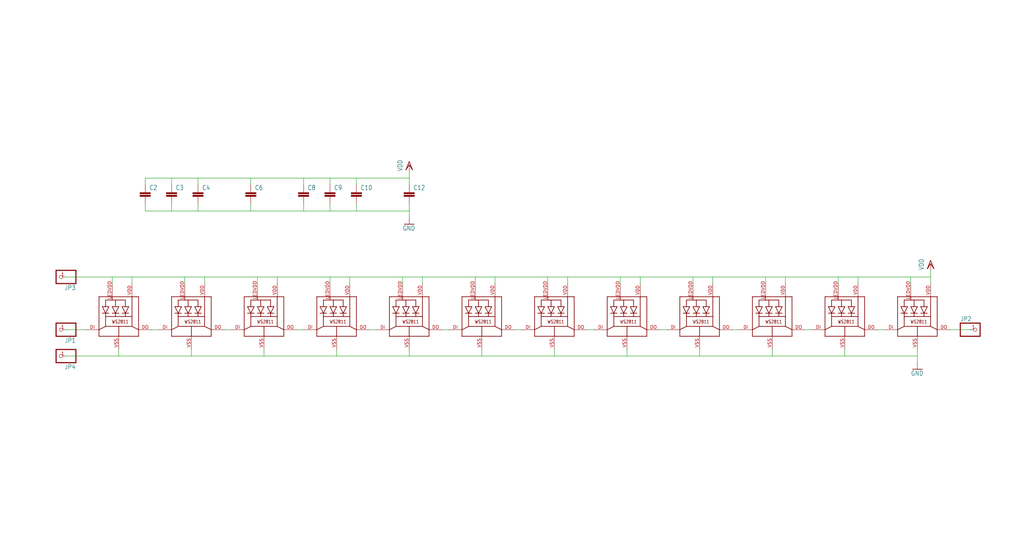
<source format=kicad_sch>
(kicad_sch (version 20230121) (generator eeschema)
  (paper "User" 394.106 210.007)
  (lib_symbols
    (symbol "working-eagle-import:C-EUC0603"
      (property "Reference" "C" (at 1.524 0.381 0))
      (symbol "C-EUC0603_1_0"
        (rectangle (start -2.032 -2.032) (end 2.032 -1.524) (fill (type outline)))
        (rectangle (start -2.032 -1.016) (end 2.032 -0.508) (fill (type outline)))
        (polyline (pts (xy 0 -2.54) (xy 0 -2.032)) (stroke (width 0.1524)))
        (polyline (pts (xy 0 0) (xy 0 -0.508)) (stroke (width 0.1524)))
        (pin passive line (at 0 2.54 270) (length 2.54) (name "1") (number "1"))
        (pin passive line (at 0 -5.08 90) (length 2.54) (name "2") (number "2"))
      )
    )
    (symbol "working-eagle-import:GND" (power)
      (property "Value" "GND" (at -2.54 -2.54 0))
      (symbol "GND_1_0"
        (polyline (pts (xy -1.905 0) (xy 1.905 0)) (stroke (width 0.254)))
        (pin power_in line (at 0 2.54 270) (length 2.54) (name "GND") (number "1"))
      )
    )
    (symbol "working-eagle-import:PINHD-1X1CB"
      (property "Reference" "JP" (at -6.35 3.175 0))
      (symbol "PINHD-1X1CB_1_0"
        (polyline (pts (xy -6.35 -2.54) (xy 1.27 -2.54)) (stroke (width 0.4064)))
        (polyline (pts (xy -6.35 2.54) (xy -6.35 -2.54)) (stroke (width 0.4064)))
        (polyline (pts (xy 1.27 -2.54) (xy 1.27 2.54)) (stroke (width 0.4064)))
        (polyline (pts (xy 1.27 2.54) (xy -6.35 2.54)) (stroke (width 0.4064)))
        (pin passive inverted (at -2.54 0 0) (length 2.54) (name "1") (number "1"))
      )
    )
    (symbol "working-eagle-import:VDD" (power)
      (property "Value" "VDD" (at -2.54 -2.54 90))
      (symbol "VDD_1_0"
        (polyline (pts (xy 0 0) (xy -1.27 -1.905)) (stroke (width 0.254)))
        (polyline (pts (xy 0 1.27) (xy -1.27 -1.905)) (stroke (width 0.254)))
        (polyline (pts (xy 1.27 -1.905) (xy 0 0)) (stroke (width 0.254)))
        (polyline (pts (xy 1.27 -1.905) (xy 0 1.27)) (stroke (width 0.254)))
        (pin power_in line (at 0 -2.54 90) (length 2.54) (name "VDD") (number "1"))
      )
    )
    (symbol "working-eagle-import:WS28115050"
      (symbol "WS28115050_1_0"
        (polyline (pts (xy -7.62 -5.08) (xy 0 -5.08)) (stroke (width 0.254)))
        (polyline (pts (xy -7.62 -2.54) (xy -7.62 -5.08)) (stroke (width 0.254)))
        (polyline (pts (xy -7.62 10.16) (xy -7.62 -2.54)) (stroke (width 0.254)))
        (polyline (pts (xy -6.35 3.81) (xy -5.08 3.81)) (stroke (width 0.254)))
        (polyline (pts (xy -6.35 6.35) (xy -5.08 6.35)) (stroke (width 0.254)))
        (polyline (pts (xy -5.08 -1.27) (xy -7.62 -2.54)) (stroke (width 0.254)))
        (polyline (pts (xy -5.08 -1.27) (xy 0 -1.27)) (stroke (width 0.254)))
        (polyline (pts (xy -5.08 2.54) (xy -5.08 -1.27)) (stroke (width 0.254)))
        (polyline (pts (xy -5.08 3.81) (xy -6.35 6.35)) (stroke (width 0.254)))
        (polyline (pts (xy -5.08 3.81) (xy -5.08 2.54)) (stroke (width 0.254)))
        (polyline (pts (xy -5.08 3.81) (xy -3.81 6.35)) (stroke (width 0.254)))
        (polyline (pts (xy -5.08 6.35) (xy -3.81 6.35)) (stroke (width 0.254)))
        (polyline (pts (xy -5.08 8.89) (xy -5.08 6.35)) (stroke (width 0.254)))
        (polyline (pts (xy -3.81 3.81) (xy -5.08 3.81)) (stroke (width 0.254)))
        (polyline (pts (xy -2.54 3.81) (xy -1.27 3.81)) (stroke (width 0.254)))
        (polyline (pts (xy -2.54 6.35) (xy 0 6.35)) (stroke (width 0.254)))
        (polyline (pts (xy -2.54 8.89) (xy -5.08 8.89)) (stroke (width 0.254)))
        (polyline (pts (xy -2.54 10.16) (xy -7.62 10.16)) (stroke (width 0.254)))
        (polyline (pts (xy -2.54 10.16) (xy -2.54 8.89)) (stroke (width 0.254)))
        (polyline (pts (xy -1.27 2.54) (xy -5.08 2.54)) (stroke (width 0.254)))
        (polyline (pts (xy -1.27 3.81) (xy -2.54 6.35)) (stroke (width 0.254)))
        (polyline (pts (xy -1.27 3.81) (xy -1.27 2.54)) (stroke (width 0.254)))
        (polyline (pts (xy -1.27 3.81) (xy 0 3.81)) (stroke (width 0.254)))
        (polyline (pts (xy -1.27 6.35) (xy -1.27 8.89)) (stroke (width 0.254)))
        (polyline (pts (xy -1.27 8.89) (xy -2.54 8.89)) (stroke (width 0.254)))
        (polyline (pts (xy 0 -5.08) (xy 7.62 -5.08)) (stroke (width 0.254)))
        (polyline (pts (xy 0 -1.27) (xy 0 -5.08)) (stroke (width 0.254)))
        (polyline (pts (xy 0 -1.27) (xy 5.08 -1.27)) (stroke (width 0.254)))
        (polyline (pts (xy 0 6.35) (xy -1.27 3.81)) (stroke (width 0.254)))
        (polyline (pts (xy 1.27 6.35) (xy 2.54 3.81)) (stroke (width 0.254)))
        (polyline (pts (xy 1.27 6.35) (xy 2.54 6.35)) (stroke (width 0.254)))
        (polyline (pts (xy 2.54 2.54) (xy -1.27 2.54)) (stroke (width 0.254)))
        (polyline (pts (xy 2.54 3.81) (xy 1.27 3.81)) (stroke (width 0.254)))
        (polyline (pts (xy 2.54 3.81) (xy 2.54 2.54)) (stroke (width 0.254)))
        (polyline (pts (xy 2.54 3.81) (xy 3.81 3.81)) (stroke (width 0.254)))
        (polyline (pts (xy 2.54 3.81) (xy 3.81 6.35)) (stroke (width 0.254)))
        (polyline (pts (xy 2.54 6.35) (xy 2.54 8.89)) (stroke (width 0.254)))
        (polyline (pts (xy 2.54 8.89) (xy -1.27 8.89)) (stroke (width 0.254)))
        (polyline (pts (xy 3.81 6.35) (xy 2.54 6.35)) (stroke (width 0.254)))
        (polyline (pts (xy 5.08 -1.27) (xy 5.08 2.54)) (stroke (width 0.254)))
        (polyline (pts (xy 5.08 -1.27) (xy 7.62 -2.54)) (stroke (width 0.254)))
        (polyline (pts (xy 5.08 2.54) (xy 2.54 2.54)) (stroke (width 0.254)))
        (polyline (pts (xy 5.08 10.16) (xy -2.54 10.16)) (stroke (width 0.254)))
        (polyline (pts (xy 5.08 10.16) (xy 5.08 2.54)) (stroke (width 0.254)))
        (polyline (pts (xy 7.62 -5.08) (xy 7.62 -2.54)) (stroke (width 0.254)))
        (polyline (pts (xy 7.62 -2.54) (xy 7.62 10.16)) (stroke (width 0.254)))
        (polyline (pts (xy 7.62 10.16) (xy 5.08 10.16)) (stroke (width 0.254)))
        (text "WS2811" (at 3.81 1.27 0) (effects (font (size 1.27 1.0795)) (justify right top)))
        (pin input line (at -12.7 -2.54 0) (length 5.08) (name "DI") (number "DI"))
        (pin output line (at 12.7 -2.54 180) (length 5.08) (name "DO") (number "DO"))
        (pin power_in line (at -2.54 15.24 270) (length 5.08) (name "LEDVDD") (number "LEDVDD"))
        (pin power_in line (at 5.08 15.24 270) (length 5.08) (name "VDD") (number "VDD"))
        (pin power_in line (at 0 -10.16 90) (length 5.08) (name "GND") (number "VSS"))
      )
    )
  )
  (wire (pts (xy 337.82 127) (xy 340.36 127)) (stroke (width 0.1524)))
  (wire (pts (xy 297.18 137.16) (xy 269.24 137.16)) (stroke (width 0.1524)))
  (wire (pts (xy 101.6 137.16) (xy 101.6 134.62)) (stroke (width 0.1524)))
  (wire (pts (xy 294.64 106.68) (xy 274.32 106.68)) (stroke (width 0.1524)))
  (wire (pts (xy 266.7 109.22) (xy 266.7 106.68)) (stroke (width 0.1524)))
  (wire (pts (xy 373.38 127) (xy 365.76 127)) (stroke (width 0.1524)))
  (wire (pts (xy 213.36 137.16) (xy 185.42 137.16)) (stroke (width 0.1524)))
  (wire (pts (xy 241.3 137.16) (xy 213.36 137.16)) (stroke (width 0.1524)))
  (wire (pts (xy 127 109.22) (xy 127 106.68)) (stroke (width 0.1524)))
  (wire (pts (xy 154.94 109.22) (xy 154.94 106.68)) (stroke (width 0.1524)))
  (wire (pts (xy 226.06 127) (xy 228.6 127)) (stroke (width 0.1524)))
  (wire (pts (xy 137.16 81.28) (xy 137.16 78.74)) (stroke (width 0.1524)))
  (wire (pts (xy 116.84 71.12) (xy 116.84 68.58)) (stroke (width 0.1524)))
  (wire (pts (xy 154.94 106.68) (xy 134.62 106.68)) (stroke (width 0.1524)))
  (wire (pts (xy 88.9 127) (xy 86.36 127)) (stroke (width 0.1524)))
  (wire (pts (xy 325.12 137.16) (xy 297.18 137.16)) (stroke (width 0.1524)))
  (wire (pts (xy 66.04 81.28) (xy 66.04 78.74)) (stroke (width 0.1524)))
  (wire (pts (xy 330.2 109.22) (xy 330.2 106.68)) (stroke (width 0.1524)))
  (wire (pts (xy 76.2 81.28) (xy 76.2 78.74)) (stroke (width 0.1524)))
  (wire (pts (xy 294.64 109.22) (xy 294.64 106.68)) (stroke (width 0.1524)))
  (wire (pts (xy 25.4 137.16) (xy 45.72 137.16)) (stroke (width 0.1524)))
  (wire (pts (xy 116.84 68.58) (xy 96.52 68.58)) (stroke (width 0.1524)))
  (wire (pts (xy 101.6 137.16) (xy 73.66 137.16)) (stroke (width 0.1524)))
  (wire (pts (xy 210.82 106.68) (xy 190.5 106.68)) (stroke (width 0.1524)))
  (wire (pts (xy 353.06 137.16) (xy 353.06 139.7)) (stroke (width 0.1524)))
  (wire (pts (xy 182.88 109.22) (xy 182.88 106.68)) (stroke (width 0.1524)))
  (wire (pts (xy 353.06 134.62) (xy 353.06 137.16)) (stroke (width 0.1524)))
  (wire (pts (xy 99.06 109.22) (xy 99.06 106.68)) (stroke (width 0.1524)))
  (wire (pts (xy 266.7 106.68) (xy 246.38 106.68)) (stroke (width 0.1524)))
  (wire (pts (xy 50.8 109.22) (xy 50.8 106.68)) (stroke (width 0.1524)))
  (wire (pts (xy 254 127) (xy 256.54 127)) (stroke (width 0.1524)))
  (wire (pts (xy 96.52 81.28) (xy 96.52 78.74)) (stroke (width 0.1524)))
  (wire (pts (xy 127 71.12) (xy 127 68.58)) (stroke (width 0.1524)))
  (wire (pts (xy 241.3 137.16) (xy 241.3 134.62)) (stroke (width 0.1524)))
  (wire (pts (xy 274.32 109.22) (xy 274.32 106.68)) (stroke (width 0.1524)))
  (wire (pts (xy 358.14 106.68) (xy 358.14 104.14)) (stroke (width 0.1524)))
  (wire (pts (xy 185.42 137.16) (xy 185.42 134.62)) (stroke (width 0.1524)))
  (wire (pts (xy 157.48 71.12) (xy 157.48 68.58)) (stroke (width 0.1524)))
  (wire (pts (xy 281.94 127) (xy 284.48 127)) (stroke (width 0.1524)))
  (wire (pts (xy 200.66 127) (xy 198.12 127)) (stroke (width 0.1524)))
  (wire (pts (xy 309.88 127) (xy 312.42 127)) (stroke (width 0.1524)))
  (wire (pts (xy 246.38 109.22) (xy 246.38 106.68)) (stroke (width 0.1524)))
  (wire (pts (xy 76.2 68.58) (xy 66.04 68.58)) (stroke (width 0.1524)))
  (wire (pts (xy 213.36 137.16) (xy 213.36 134.62)) (stroke (width 0.1524)))
  (wire (pts (xy 157.48 81.28) (xy 137.16 81.28)) (stroke (width 0.1524)))
  (wire (pts (xy 25.4 127) (xy 33.02 127)) (stroke (width 0.1524)))
  (wire (pts (xy 157.48 81.28) (xy 157.48 83.82)) (stroke (width 0.1524)))
  (wire (pts (xy 71.12 106.68) (xy 50.8 106.68)) (stroke (width 0.1524)))
  (wire (pts (xy 99.06 106.68) (xy 78.74 106.68)) (stroke (width 0.1524)))
  (wire (pts (xy 358.14 109.22) (xy 358.14 106.68)) (stroke (width 0.1524)))
  (wire (pts (xy 73.66 137.16) (xy 73.66 134.62)) (stroke (width 0.1524)))
  (wire (pts (xy 66.04 68.58) (xy 55.88 68.58)) (stroke (width 0.1524)))
  (wire (pts (xy 45.72 137.16) (xy 45.72 134.62)) (stroke (width 0.1524)))
  (wire (pts (xy 43.18 106.68) (xy 43.18 109.22)) (stroke (width 0.1524)))
  (wire (pts (xy 129.54 137.16) (xy 101.6 137.16)) (stroke (width 0.1524)))
  (wire (pts (xy 218.44 106.68) (xy 210.82 106.68)) (stroke (width 0.1524)))
  (wire (pts (xy 127 68.58) (xy 116.84 68.58)) (stroke (width 0.1524)))
  (wire (pts (xy 358.14 106.68) (xy 350.52 106.68)) (stroke (width 0.1524)))
  (wire (pts (xy 116.84 81.28) (xy 96.52 81.28)) (stroke (width 0.1524)))
  (wire (pts (xy 185.42 137.16) (xy 157.48 137.16)) (stroke (width 0.1524)))
  (wire (pts (xy 157.48 68.58) (xy 157.48 66.04)) (stroke (width 0.1524)))
  (wire (pts (xy 162.56 106.68) (xy 154.94 106.68)) (stroke (width 0.1524)))
  (wire (pts (xy 106.68 106.68) (xy 99.06 106.68)) (stroke (width 0.1524)))
  (wire (pts (xy 246.38 106.68) (xy 238.76 106.68)) (stroke (width 0.1524)))
  (wire (pts (xy 129.54 137.16) (xy 129.54 134.62)) (stroke (width 0.1524)))
  (wire (pts (xy 238.76 109.22) (xy 238.76 106.68)) (stroke (width 0.1524)))
  (wire (pts (xy 297.18 137.16) (xy 297.18 134.62)) (stroke (width 0.1524)))
  (wire (pts (xy 144.78 127) (xy 142.24 127)) (stroke (width 0.1524)))
  (wire (pts (xy 116.84 81.28) (xy 116.84 78.74)) (stroke (width 0.1524)))
  (wire (pts (xy 78.74 109.22) (xy 78.74 106.68)) (stroke (width 0.1524)))
  (wire (pts (xy 157.48 68.58) (xy 137.16 68.58)) (stroke (width 0.1524)))
  (wire (pts (xy 157.48 137.16) (xy 157.48 134.62)) (stroke (width 0.1524)))
  (wire (pts (xy 127 106.68) (xy 106.68 106.68)) (stroke (width 0.1524)))
  (wire (pts (xy 96.52 68.58) (xy 76.2 68.58)) (stroke (width 0.1524)))
  (wire (pts (xy 106.68 109.22) (xy 106.68 106.68)) (stroke (width 0.1524)))
  (wire (pts (xy 157.48 137.16) (xy 129.54 137.16)) (stroke (width 0.1524)))
  (wire (pts (xy 73.66 137.16) (xy 45.72 137.16)) (stroke (width 0.1524)))
  (wire (pts (xy 353.06 137.16) (xy 325.12 137.16)) (stroke (width 0.1524)))
  (wire (pts (xy 302.26 109.22) (xy 302.26 106.68)) (stroke (width 0.1524)))
  (wire (pts (xy 269.24 137.16) (xy 269.24 134.62)) (stroke (width 0.1524)))
  (wire (pts (xy 78.74 106.68) (xy 71.12 106.68)) (stroke (width 0.1524)))
  (wire (pts (xy 330.2 106.68) (xy 322.58 106.68)) (stroke (width 0.1524)))
  (wire (pts (xy 66.04 81.28) (xy 55.88 81.28)) (stroke (width 0.1524)))
  (wire (pts (xy 134.62 109.22) (xy 134.62 106.68)) (stroke (width 0.1524)))
  (wire (pts (xy 25.4 106.68) (xy 43.18 106.68)) (stroke (width 0.1524)))
  (wire (pts (xy 76.2 71.12) (xy 76.2 68.58)) (stroke (width 0.1524)))
  (wire (pts (xy 55.88 71.12) (xy 55.88 68.58)) (stroke (width 0.1524)))
  (wire (pts (xy 76.2 81.28) (xy 66.04 81.28)) (stroke (width 0.1524)))
  (wire (pts (xy 238.76 106.68) (xy 218.44 106.68)) (stroke (width 0.1524)))
  (wire (pts (xy 274.32 106.68) (xy 266.7 106.68)) (stroke (width 0.1524)))
  (wire (pts (xy 172.72 127) (xy 170.18 127)) (stroke (width 0.1524)))
  (wire (pts (xy 127 81.28) (xy 116.84 81.28)) (stroke (width 0.1524)))
  (wire (pts (xy 127 81.28) (xy 127 78.74)) (stroke (width 0.1524)))
  (wire (pts (xy 322.58 109.22) (xy 322.58 106.68)) (stroke (width 0.1524)))
  (wire (pts (xy 137.16 68.58) (xy 127 68.58)) (stroke (width 0.1524)))
  (wire (pts (xy 302.26 106.68) (xy 294.64 106.68)) (stroke (width 0.1524)))
  (wire (pts (xy 96.52 81.28) (xy 76.2 81.28)) (stroke (width 0.1524)))
  (wire (pts (xy 218.44 109.22) (xy 218.44 106.68)) (stroke (width 0.1524)))
  (wire (pts (xy 269.24 137.16) (xy 241.3 137.16)) (stroke (width 0.1524)))
  (wire (pts (xy 66.04 71.12) (xy 66.04 68.58)) (stroke (width 0.1524)))
  (wire (pts (xy 350.52 109.22) (xy 350.52 106.68)) (stroke (width 0.1524)))
  (wire (pts (xy 60.96 127) (xy 58.42 127)) (stroke (width 0.1524)))
  (wire (pts (xy 157.48 78.74) (xy 157.48 81.28)) (stroke (width 0.1524)))
  (wire (pts (xy 325.12 137.16) (xy 325.12 134.62)) (stroke (width 0.1524)))
  (wire (pts (xy 210.82 109.22) (xy 210.82 106.68)) (stroke (width 0.1524)))
  (wire (pts (xy 50.8 106.68) (xy 43.18 106.68)) (stroke (width 0.1524)))
  (wire (pts (xy 190.5 106.68) (xy 182.88 106.68)) (stroke (width 0.1524)))
  (wire (pts (xy 322.58 106.68) (xy 302.26 106.68)) (stroke (width 0.1524)))
  (wire (pts (xy 71.12 109.22) (xy 71.12 106.68)) (stroke (width 0.1524)))
  (wire (pts (xy 350.52 106.68) (xy 330.2 106.68)) (stroke (width 0.1524)))
  (wire (pts (xy 116.84 127) (xy 114.3 127)) (stroke (width 0.1524)))
  (wire (pts (xy 182.88 106.68) (xy 162.56 106.68)) (stroke (width 0.1524)))
  (wire (pts (xy 96.52 71.12) (xy 96.52 68.58)) (stroke (width 0.1524)))
  (wire (pts (xy 162.56 109.22) (xy 162.56 106.68)) (stroke (width 0.1524)))
  (wire (pts (xy 137.16 71.12) (xy 137.16 68.58)) (stroke (width 0.1524)))
  (wire (pts (xy 55.88 81.28) (xy 55.88 78.74)) (stroke (width 0.1524)))
  (wire (pts (xy 134.62 106.68) (xy 127 106.68)) (stroke (width 0.1524)))
  (wire (pts (xy 190.5 109.22) (xy 190.5 106.68)) (stroke (width 0.1524)))
  (wire (pts (xy 137.16 81.28) (xy 127 81.28)) (stroke (width 0.1524)))
  (symbol (lib_id "working-eagle-import:WS28115050") (at 269.24 124.46 0) (unit 1)
    (property "Reference" "LED9" (effects hide))
    (property "Value" "WS28115050" (effects hide))
    (property "Footprint" "working:WS28115050" (effects hide))
  )
  (symbol (lib_id "working-eagle-import:C-EUC0603") (at 137.16 73.66 0) (unit 1)
    (property "Reference" "C10" (at 138.684 73.279 0) (effects (font (size 1.778 1.5113)) (justify left bottom)))
    (property "Value" "C-EUC0603" (effects hide))
    (property "Footprint" "working:C0603" (effects hide))
  )
  (symbol (lib_id "working-eagle-import:PINHD-1X1CB") (at 22.86 106.68 180) (unit 1)
    (property "Reference" "JP3" (at 29.21 109.855 0) (effects (font (size 1.778 1.5113)) (justify left bottom)))
    (property "Value" "PINHD-1X1CB" (effects hide))
    (property "Footprint" "working:1X01-CLEANBIG" (effects hide))
  )
  (symbol (lib_id "working-eagle-import:GND") (at 353.06 142.24 0) (unit 1)
    (property "Reference" "#GND1" (effects hide))
    (property "Value" "GND" (at 350.52 144.78 0) (effects (font (size 1.778 1.5113)) (justify left bottom)))
  )
  (symbol (lib_id "working-eagle-import:WS28115050") (at 241.3 124.46 0) (unit 1)
    (property "Reference" "LED8" (effects hide))
    (property "Value" "WS28115050" (effects hide))
    (property "Footprint" "working:WS28115050" (effects hide))
  )
  (symbol (lib_id "working-eagle-import:C-EUC0603") (at 157.48 73.66 0) (unit 1)
    (property "Reference" "C12" (at 159.004 73.279 0) (effects (font (size 1.778 1.5113)) (justify left bottom)))
    (property "Value" "C-EUC0603" (effects hide))
    (property "Footprint" "working:C0603" (effects hide))
  )
  (symbol (lib_id "working-eagle-import:C-EUC0603") (at 76.2 73.66 0) (unit 1)
    (property "Reference" "C4" (at 77.724 73.279 0) (effects (font (size 1.778 1.5113)) (justify left bottom)))
    (property "Value" "C-EUC0603" (effects hide))
    (property "Footprint" "working:C0603" (effects hide))
  )
  (symbol (lib_id "working-eagle-import:GND") (at 157.48 86.36 0) (unit 1)
    (property "Reference" "#GND2" (effects hide))
    (property "Value" "GND" (at 154.94 88.9 0) (effects (font (size 1.778 1.5113)) (justify left bottom)))
  )
  (symbol (lib_id "working-eagle-import:C-EUC0603") (at 116.84 73.66 0) (unit 1)
    (property "Reference" "C8" (at 118.364 73.279 0) (effects (font (size 1.778 1.5113)) (justify left bottom)))
    (property "Value" "C-EUC0603" (effects hide))
    (property "Footprint" "working:C0603" (effects hide))
  )
  (symbol (lib_id "working-eagle-import:C-EUC0603") (at 127 73.66 0) (unit 1)
    (property "Reference" "C9" (at 128.524 73.279 0) (effects (font (size 1.778 1.5113)) (justify left bottom)))
    (property "Value" "C-EUC0603" (effects hide))
    (property "Footprint" "working:C0603" (effects hide))
  )
  (symbol (lib_id "working-eagle-import:WS28115050") (at 157.48 124.46 0) (unit 1)
    (property "Reference" "LED5" (effects hide))
    (property "Value" "WS28115050" (effects hide))
    (property "Footprint" "working:WS28115050" (effects hide))
  )
  (symbol (lib_id "working-eagle-import:WS28115050") (at 213.36 124.46 0) (unit 1)
    (property "Reference" "LED7" (effects hide))
    (property "Value" "WS28115050" (effects hide))
    (property "Footprint" "working:WS28115050" (effects hide))
  )
  (symbol (lib_id "working-eagle-import:WS28115050") (at 325.12 124.46 0) (unit 1)
    (property "Reference" "LED11" (effects hide))
    (property "Value" "WS28115050" (effects hide))
    (property "Footprint" "working:WS28115050" (effects hide))
  )
  (symbol (lib_id "working-eagle-import:PINHD-1X1CB") (at 375.92 127 0) (unit 1)
    (property "Reference" "JP2" (at 369.57 123.825 0) (effects (font (size 1.778 1.5113)) (justify left bottom)))
    (property "Value" "PINHD-1X1CB" (effects hide))
    (property "Footprint" "working:1X01-CLEANBIG" (effects hide))
  )
  (symbol (lib_id "working-eagle-import:C-EUC0603") (at 55.88 73.66 0) (unit 1)
    (property "Reference" "C2" (at 57.404 73.279 0) (effects (font (size 1.778 1.5113)) (justify left bottom)))
    (property "Value" "C-EUC0603" (effects hide))
    (property "Footprint" "working:C0603" (effects hide))
  )
  (symbol (lib_id "working-eagle-import:PINHD-1X1CB") (at 22.86 127 180) (unit 1)
    (property "Reference" "JP1" (at 29.21 130.175 0) (effects (font (size 1.778 1.5113)) (justify left bottom)))
    (property "Value" "PINHD-1X1CB" (effects hide))
    (property "Footprint" "working:1X01-CLEANBIG" (effects hide))
  )
  (symbol (lib_id "working-eagle-import:C-EUC0603") (at 66.04 73.66 0) (unit 1)
    (property "Reference" "C3" (at 67.564 73.279 0) (effects (font (size 1.778 1.5113)) (justify left bottom)))
    (property "Value" "C-EUC0603" (effects hide))
    (property "Footprint" "working:C0603" (effects hide))
  )
  (symbol (lib_id "working-eagle-import:PINHD-1X1CB") (at 22.86 137.16 180) (unit 1)
    (property "Reference" "JP4" (at 29.21 140.335 0) (effects (font (size 1.778 1.5113)) (justify left bottom)))
    (property "Value" "PINHD-1X1CB" (effects hide))
    (property "Footprint" "working:1X01-CLEANBIG" (effects hide))
  )
  (symbol (lib_id "working-eagle-import:WS28115050") (at 185.42 124.46 0) (unit 1)
    (property "Reference" "LED6" (effects hide))
    (property "Value" "WS28115050" (effects hide))
    (property "Footprint" "working:WS28115050" (effects hide))
  )
  (symbol (lib_id "working-eagle-import:WS28115050") (at 45.72 124.46 0) (unit 1)
    (property "Reference" "LED1" (effects hide))
    (property "Value" "WS28115050" (effects hide))
    (property "Footprint" "working:WS28115050" (effects hide))
  )
  (symbol (lib_id "working-eagle-import:WS28115050") (at 297.18 124.46 0) (unit 1)
    (property "Reference" "LED10" (effects hide))
    (property "Value" "WS28115050" (effects hide))
    (property "Footprint" "working:WS28115050" (effects hide))
  )
  (symbol (lib_id "working-eagle-import:WS28115050") (at 353.06 124.46 0) (unit 1)
    (property "Reference" "LED12" (effects hide))
    (property "Value" "WS28115050" (effects hide))
    (property "Footprint" "working:WS28115050" (effects hide))
  )
  (symbol (lib_id "working-eagle-import:WS28115050") (at 73.66 124.46 0) (unit 1)
    (property "Reference" "LED2" (effects hide))
    (property "Value" "WS28115050" (effects hide))
    (property "Footprint" "working:WS28115050" (effects hide))
  )
  (symbol (lib_id "working-eagle-import:VDD") (at 358.14 101.6 0) (unit 1)
    (property "Reference" "#VDD1" (effects hide))
    (property "Value" "VDD" (at 355.6 104.14 90) (effects (font (size 1.778 1.5113)) (justify left bottom)))
  )
  (symbol (lib_id "working-eagle-import:WS28115050") (at 129.54 124.46 0) (unit 1)
    (property "Reference" "LED4" (effects hide))
    (property "Value" "WS28115050" (effects hide))
    (property "Footprint" "working:WS28115050" (effects hide))
  )
  (symbol (lib_id "working-eagle-import:C-EUC0603") (at 96.52 73.66 0) (unit 1)
    (property "Reference" "C6" (at 98.044 73.279 0) (effects (font (size 1.778 1.5113)) (justify left bottom)))
    (property "Value" "C-EUC0603" (effects hide))
    (property "Footprint" "working:C0603" (effects hide))
  )
  (symbol (lib_id "working-eagle-import:VDD") (at 157.48 63.5 0) (unit 1)
    (property "Reference" "#VDD2" (effects hide))
    (property "Value" "VDD" (at 154.94 66.04 90) (effects (font (size 1.778 1.5113)) (justify left bottom)))
  )
  (symbol (lib_id "working-eagle-import:WS28115050") (at 101.6 124.46 0) (unit 1)
    (property "Reference" "LED3" (effects hide))
    (property "Value" "WS28115050" (effects hide))
    (property "Footprint" "working:WS28115050" (effects hide))
  )
)
</source>
